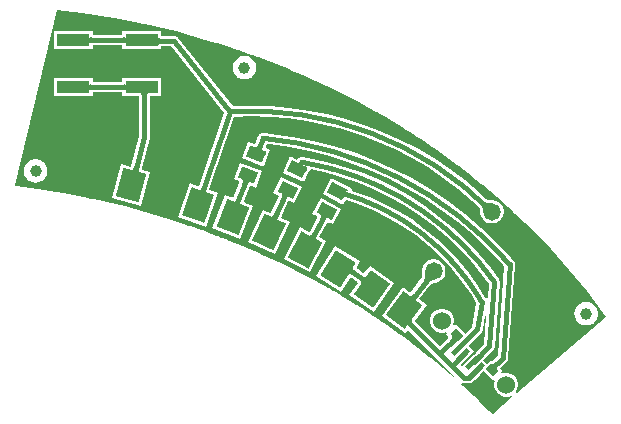
<source format=gbl>
G04*
G04 #@! TF.GenerationSoftware,Altium Limited,Altium Designer,22.1.2 (22)*
G04*
G04 Layer_Physical_Order=2*
G04 Layer_Color=16711680*
%FSAX25Y25*%
%MOIN*%
G70*
G04*
G04 #@! TF.SameCoordinates,09923BD8-D51D-40D0-B587-3D677710EE75*
G04*
G04*
G04 #@! TF.FilePolarity,Positive*
G04*
G01*
G75*
%ADD12C,0.01500*%
%ADD13C,0.06000*%
%ADD14C,0.05800*%
G04:AMPARAMS|DCode=15|XSize=15.75mil|YSize=47.24mil|CornerRadius=0mil|HoleSize=0mil|Usage=FLASHONLY|Rotation=315.000|XOffset=0mil|YOffset=0mil|HoleType=Round|Shape=Rectangle|*
%AMROTATEDRECTD15*
4,1,4,-0.02227,-0.01114,0.01114,0.02227,0.02227,0.01114,-0.01114,-0.02227,-0.02227,-0.01114,0.0*
%
%ADD15ROTATEDRECTD15*%

G04:AMPARAMS|DCode=16|XSize=33.47mil|YSize=24.8mil|CornerRadius=0mil|HoleSize=0mil|Usage=FLASHONLY|Rotation=315.000|XOffset=0mil|YOffset=0mil|HoleType=Round|Shape=Rectangle|*
%AMROTATEDRECTD16*
4,1,4,-0.02060,0.00306,-0.00306,0.02060,0.02060,-0.00306,0.00306,-0.02060,-0.02060,0.00306,0.0*
%
%ADD16ROTATEDRECTD16*%

G04:AMPARAMS|DCode=17|XSize=98.43mil|YSize=78.74mil|CornerRadius=0mil|HoleSize=0mil|Usage=FLASHONLY|Rotation=62.000|XOffset=0mil|YOffset=0mil|HoleType=Round|Shape=Rectangle|*
%AMROTATEDRECTD17*
4,1,4,0.01166,-0.06194,-0.05787,-0.02497,-0.01166,0.06194,0.05787,0.02497,0.01166,-0.06194,0.0*
%
%ADD17ROTATEDRECTD17*%

G04:AMPARAMS|DCode=18|XSize=98.43mil|YSize=78.74mil|CornerRadius=0mil|HoleSize=0mil|Usage=FLASHONLY|Rotation=69.000|XOffset=0mil|YOffset=0mil|HoleType=Round|Shape=Rectangle|*
%AMROTATEDRECTD18*
4,1,4,0.01912,-0.06005,-0.05439,-0.03184,-0.01912,0.06005,0.05439,0.03184,0.01912,-0.06005,0.0*
%
%ADD18ROTATEDRECTD18*%

G04:AMPARAMS|DCode=19|XSize=39.37mil|YSize=57.09mil|CornerRadius=0mil|HoleSize=0mil|Usage=FLASHONLY|Rotation=242.000|XOffset=0mil|YOffset=0mil|HoleType=Round|Shape=Rectangle|*
%AMROTATEDRECTD19*
4,1,4,-0.01596,0.03078,0.03444,0.00398,0.01596,-0.03078,-0.03444,-0.00398,-0.01596,0.03078,0.0*
%
%ADD19ROTATEDRECTD19*%

G04:AMPARAMS|DCode=20|XSize=39.37mil|YSize=57.09mil|CornerRadius=0mil|HoleSize=0mil|Usage=FLASHONLY|Rotation=69.000|XOffset=0mil|YOffset=0mil|HoleType=Round|Shape=Rectangle|*
%AMROTATEDRECTD20*
4,1,4,0.01959,-0.02861,-0.03370,-0.00815,-0.01959,0.02861,0.03370,0.00815,0.01959,-0.02861,0.0*
%
%ADD20ROTATEDRECTD20*%

%ADD21C,0.03937*%
G04:AMPARAMS|DCode=22|XSize=98.43mil|YSize=78.74mil|CornerRadius=0mil|HoleSize=0mil|Usage=FLASHONLY|Rotation=71.000|XOffset=0mil|YOffset=0mil|HoleType=Round|Shape=Rectangle|*
%AMROTATEDRECTD22*
4,1,4,0.02120,-0.05935,-0.05325,-0.03371,-0.02120,0.05935,0.05325,0.03371,0.02120,-0.05935,0.0*
%
%ADD22ROTATEDRECTD22*%

G04:AMPARAMS|DCode=23|XSize=98.43mil|YSize=78.74mil|CornerRadius=0mil|HoleSize=0mil|Usage=FLASHONLY|Rotation=75.000|XOffset=0mil|YOffset=0mil|HoleType=Round|Shape=Rectangle|*
%AMROTATEDRECTD23*
4,1,4,0.02529,-0.05773,-0.05077,-0.03735,-0.02529,0.05773,0.05077,0.03735,0.02529,-0.05773,0.0*
%
%ADD23ROTATEDRECTD23*%

G04:AMPARAMS|DCode=24|XSize=98.43mil|YSize=78.74mil|CornerRadius=0mil|HoleSize=0mil|Usage=FLASHONLY|Rotation=53.000|XOffset=0mil|YOffset=0mil|HoleType=Round|Shape=Rectangle|*
%AMROTATEDRECTD24*
4,1,4,0.00183,-0.06300,-0.06106,-0.01561,-0.00183,0.06300,0.06106,0.01561,0.00183,-0.06300,0.0*
%
%ADD24ROTATEDRECTD24*%

G04:AMPARAMS|DCode=25|XSize=98.43mil|YSize=78.74mil|CornerRadius=0mil|HoleSize=0mil|Usage=FLASHONLY|Rotation=65.000|XOffset=0mil|YOffset=0mil|HoleType=Round|Shape=Rectangle|*
%AMROTATEDRECTD25*
4,1,4,0.01488,-0.06124,-0.05648,-0.02796,-0.01488,0.06124,0.05648,0.02796,0.01488,-0.06124,0.0*
%
%ADD25ROTATEDRECTD25*%

%ADD26R,0.11024X0.03937*%
G04:AMPARAMS|DCode=27|XSize=98.43mil|YSize=78.74mil|CornerRadius=0mil|HoleSize=0mil|Usage=FLASHONLY|Rotation=55.000|XOffset=0mil|YOffset=0mil|HoleType=Round|Shape=Rectangle|*
%AMROTATEDRECTD27*
4,1,4,0.00402,-0.06289,-0.06048,-0.01773,-0.00402,0.06289,0.06048,0.01773,0.00402,-0.06289,0.0*
%
%ADD27ROTATEDRECTD27*%

G04:AMPARAMS|DCode=28|XSize=98.43mil|YSize=78.74mil|CornerRadius=0mil|HoleSize=0mil|Usage=FLASHONLY|Rotation=58.000|XOffset=0mil|YOffset=0mil|HoleType=Round|Shape=Rectangle|*
%AMROTATEDRECTD28*
4,1,4,0.00731,-0.06260,-0.05947,-0.02087,-0.00731,0.06260,0.05947,0.02087,0.00731,-0.06260,0.0*
%
%ADD28ROTATEDRECTD28*%

G04:AMPARAMS|DCode=29|XSize=39.37mil|YSize=57.09mil|CornerRadius=0mil|HoleSize=0mil|Usage=FLASHONLY|Rotation=65.000|XOffset=0mil|YOffset=0mil|HoleType=Round|Shape=Rectangle|*
%AMROTATEDRECTD29*
4,1,4,0.01755,-0.02990,-0.03419,-0.00578,-0.01755,0.02990,0.03419,0.00578,0.01755,-0.02990,0.0*
%
%ADD29ROTATEDRECTD29*%

G04:AMPARAMS|DCode=30|XSize=98.43mil|YSize=78.74mil|CornerRadius=0mil|HoleSize=0mil|Usage=FLASHONLY|Rotation=74.000|XOffset=0mil|YOffset=0mil|HoleType=Round|Shape=Rectangle|*
%AMROTATEDRECTD30*
4,1,4,0.02428,-0.05816,-0.05141,-0.03645,-0.02428,0.05816,0.05141,0.03645,0.02428,-0.05816,0.0*
%
%ADD30ROTATEDRECTD30*%

G36*
X1244113Y1129416D02*
X1244017Y1129145D01*
X1243946Y1128897D01*
X1243900Y1128672D01*
X1243878Y1128470D01*
X1243882Y1128290D01*
X1243910Y1128134D01*
X1243963Y1128000D01*
X1244041Y1127889D01*
X1244144Y1127801D01*
X1244271Y1127736D01*
X1241471Y1128811D01*
X1241609Y1128774D01*
X1241745Y1128771D01*
X1241877Y1128801D01*
X1242006Y1128865D01*
X1242131Y1128962D01*
X1242254Y1129093D01*
X1242373Y1129258D01*
X1242490Y1129456D01*
X1242603Y1129688D01*
X1242713Y1129954D01*
X1244113Y1129416D01*
D02*
G37*
G36*
X1257839Y1123455D02*
X1257757Y1123327D01*
X1257579Y1123016D01*
X1257543Y1122936D01*
X1257518Y1122869D01*
X1257506Y1122813D01*
X1257505Y1122770D01*
X1257515Y1122739D01*
X1257538Y1122719D01*
X1255885Y1123490D01*
X1255917Y1123487D01*
X1255957Y1123501D01*
X1256006Y1123534D01*
X1256063Y1123586D01*
X1256129Y1123656D01*
X1256204Y1123744D01*
X1256378Y1123976D01*
X1256587Y1124282D01*
X1257839Y1123455D01*
D02*
G37*
G36*
X1272361Y1114438D02*
X1272343Y1114309D01*
X1272361Y1114185D01*
X1272416Y1114066D01*
X1272506Y1113951D01*
X1272632Y1113841D01*
X1272795Y1113735D01*
X1272994Y1113634D01*
X1273228Y1113537D01*
X1273499Y1113445D01*
X1272783Y1112100D01*
X1272505Y1112178D01*
X1272249Y1112234D01*
X1272014Y1112268D01*
X1271802Y1112279D01*
X1271611Y1112268D01*
X1271441Y1112234D01*
X1271294Y1112178D01*
X1271168Y1112099D01*
X1271064Y1111998D01*
X1270981Y1111875D01*
X1272415Y1114571D01*
X1272361Y1114438D01*
D02*
G37*
G36*
X1301483Y1084687D02*
X1301138Y1084633D01*
X1300814Y1084565D01*
X1300510Y1084482D01*
X1300228Y1084383D01*
X1299967Y1084270D01*
X1299726Y1084143D01*
X1299507Y1084000D01*
X1299308Y1083843D01*
X1299131Y1083671D01*
X1298974Y1083484D01*
X1297776Y1084387D01*
X1297912Y1084589D01*
X1298028Y1084808D01*
X1298125Y1085042D01*
X1298201Y1085292D01*
X1298258Y1085558D01*
X1298294Y1085841D01*
X1298311Y1086139D01*
X1298307Y1086454D01*
X1298284Y1086784D01*
X1298240Y1087130D01*
X1301483Y1084687D01*
D02*
G37*
G36*
X1295702Y1079143D02*
X1295535Y1078909D01*
X1295398Y1078690D01*
X1295292Y1078486D01*
X1295216Y1078298D01*
X1295169Y1078124D01*
X1295153Y1077966D01*
X1295168Y1077823D01*
X1295212Y1077695D01*
X1295286Y1077582D01*
X1295391Y1077484D01*
X1292995Y1079289D01*
X1293118Y1079216D01*
X1293247Y1079175D01*
X1293383Y1079168D01*
X1293524Y1079194D01*
X1293672Y1079253D01*
X1293826Y1079345D01*
X1293986Y1079470D01*
X1294153Y1079629D01*
X1294325Y1079821D01*
X1294504Y1080046D01*
X1295702Y1079143D01*
D02*
G37*
G36*
X1293819Y1071324D02*
X1293773Y1071189D01*
X1293757Y1071046D01*
X1293771Y1070893D01*
X1293816Y1070732D01*
X1293890Y1070562D01*
X1293995Y1070382D01*
X1294130Y1070194D01*
X1294295Y1069997D01*
X1294491Y1069791D01*
X1293579Y1068582D01*
X1293375Y1068775D01*
X1293182Y1068936D01*
X1293002Y1069064D01*
X1292833Y1069158D01*
X1292676Y1069220D01*
X1292532Y1069248D01*
X1292399Y1069243D01*
X1292278Y1069205D01*
X1292169Y1069134D01*
X1292072Y1069030D01*
X1293895Y1071450D01*
X1293819Y1071324D01*
D02*
G37*
G36*
X1309136Y1064313D02*
X1309054Y1064375D01*
X1308957Y1064408D01*
X1308847Y1064412D01*
X1308724Y1064387D01*
X1308586Y1064333D01*
X1308436Y1064250D01*
X1308271Y1064139D01*
X1308093Y1063999D01*
X1307901Y1063830D01*
X1307696Y1063632D01*
X1306635Y1064693D01*
X1306831Y1064900D01*
X1306996Y1065096D01*
X1307128Y1065282D01*
X1307229Y1065457D01*
X1307298Y1065621D01*
X1307335Y1065775D01*
X1307341Y1065918D01*
X1307314Y1066051D01*
X1307256Y1066173D01*
X1307166Y1066284D01*
X1309136Y1064313D01*
D02*
G37*
G36*
X1312417Y1063844D02*
X1311374Y1062765D01*
X1311374Y1062766D01*
X1311353Y1062744D01*
X1310257Y1063841D01*
X1310271Y1063848D01*
X1310282Y1063857D01*
X1310278Y1063862D01*
X1310292Y1063869D01*
X1310327Y1063898D01*
X1310459Y1064020D01*
X1311356Y1064904D01*
X1312417Y1063844D01*
D02*
G37*
G36*
X1318670Y1072707D02*
X1317919Y1063242D01*
X1315103Y1060426D01*
X1315101Y1060428D01*
X1314433Y1059760D01*
X1314401Y1059739D01*
X1314392Y1059726D01*
X1314380Y1059718D01*
X1314363Y1059692D01*
X1314345Y1059678D01*
X1314340Y1059670D01*
X1314324Y1059657D01*
X1314316Y1059643D01*
X1310639Y1055966D01*
X1310306Y1056056D01*
X1310216Y1056390D01*
X1310612Y1056785D01*
X1310644Y1056807D01*
X1310665Y1056839D01*
X1310671Y1056845D01*
X1310700Y1056867D01*
X1310707Y1056881D01*
X1314678Y1060851D01*
X1312782Y1062747D01*
X1316908Y1066872D01*
X1317026Y1067048D01*
X1317170Y1067205D01*
X1317217Y1067335D01*
X1317294Y1067450D01*
X1317336Y1067659D01*
X1317409Y1067859D01*
X1318173Y1072765D01*
X1318670Y1072707D01*
D02*
G37*
G36*
X1302349Y1061935D02*
X1302972Y1061341D01*
X1303171Y1061171D01*
X1303242Y1061118D01*
X1303294Y1061086D01*
X1303328Y1061075D01*
X1302896Y1060325D01*
X1302366Y1059795D01*
X1302146Y1062136D01*
X1302349Y1061935D01*
D02*
G37*
G36*
X1317261Y1059000D02*
X1316218Y1057921D01*
X1316218Y1057922D01*
X1316197Y1057900D01*
X1315101Y1058997D01*
X1315115Y1059004D01*
X1315126Y1059013D01*
X1315122Y1059018D01*
X1315136Y1059025D01*
X1315171Y1059054D01*
X1315303Y1059176D01*
X1316200Y1060060D01*
X1317261Y1059000D01*
D02*
G37*
G36*
X1322801Y1056244D02*
X1322604Y1056036D01*
X1322438Y1055838D01*
X1322304Y1055652D01*
X1322203Y1055476D01*
X1322133Y1055310D01*
X1322095Y1055156D01*
X1322089Y1055012D01*
X1322115Y1054879D01*
X1322173Y1054756D01*
X1322262Y1054644D01*
X1320300Y1056624D01*
X1320383Y1056562D01*
X1320479Y1056529D01*
X1320589Y1056525D01*
X1320713Y1056550D01*
X1320850Y1056604D01*
X1321001Y1056686D01*
X1321165Y1056798D01*
X1321343Y1056938D01*
X1321535Y1057107D01*
X1321740Y1057304D01*
X1322801Y1056244D01*
D02*
G37*
G36*
X1309923Y1057528D02*
X1309909Y1057520D01*
X1309874Y1057492D01*
X1309742Y1057369D01*
X1308844Y1056485D01*
X1307784Y1057545D01*
X1308826Y1058624D01*
X1309923Y1057528D01*
D02*
G37*
G36*
X1315901Y1053818D02*
X1315886Y1053812D01*
X1315849Y1053785D01*
X1315792Y1053736D01*
X1315197Y1053164D01*
X1314814Y1052783D01*
X1313754Y1053844D01*
X1314805Y1054915D01*
X1315901Y1053818D01*
D02*
G37*
G36*
X1314767Y1052684D02*
X1314751Y1052678D01*
X1314715Y1052651D01*
X1314658Y1052601D01*
X1314063Y1052030D01*
X1313680Y1051649D01*
X1312619Y1052710D01*
X1313670Y1053780D01*
X1314767Y1052684D01*
D02*
G37*
G36*
X1320912Y1051106D02*
X1321033Y1051227D01*
X1321481Y1050968D01*
X1321276Y1050203D01*
Y1049150D01*
X1321549Y1048133D01*
X1322075Y1047221D01*
X1322820Y1046476D01*
X1323732Y1045949D01*
X1324749Y1045677D01*
X1325803D01*
X1326820Y1045949D01*
X1327249Y1046197D01*
X1327539Y1045787D01*
X1320741Y1039970D01*
X1320597Y1040120D01*
X1319614Y1041061D01*
X1319263Y1041414D01*
X1319253Y1041428D01*
X1318905Y1041762D01*
X1316315Y1044248D01*
X1316197Y1044363D01*
X1316197Y1044363D01*
X1316196Y1044364D01*
X1316087Y1044470D01*
X1316086Y1044471D01*
X1316085Y1044472D01*
X1315408Y1045129D01*
X1315405Y1045131D01*
X1315404Y1045134D01*
X1314724Y1045788D01*
X1314721Y1045790D01*
X1314720Y1045792D01*
X1314038Y1046444D01*
X1314035Y1046445D01*
X1314033Y1046448D01*
X1313348Y1047097D01*
X1313346Y1047098D01*
X1313344Y1047101D01*
X1312733Y1047675D01*
X1312731Y1047677D01*
X1312729Y1047679D01*
X1312117Y1048251D01*
X1312114Y1048253D01*
X1312113Y1048255D01*
X1311498Y1048825D01*
X1311495Y1048826D01*
X1311494Y1048829D01*
X1310877Y1049396D01*
X1310875Y1049398D01*
X1310873Y1049400D01*
X1310336Y1049890D01*
X1310434Y1050330D01*
X1310471Y1050403D01*
X1310497Y1050420D01*
X1311146Y1050291D01*
X1313046D01*
X1313729Y1050427D01*
X1314308Y1050814D01*
X1314756Y1051263D01*
X1314767Y1051252D01*
X1315431Y1051917D01*
X1315455Y1051931D01*
X1315469Y1051950D01*
X1315488Y1051963D01*
X1315509Y1051995D01*
X1316566Y1053051D01*
X1316590Y1053066D01*
X1316603Y1053084D01*
X1316622Y1053097D01*
X1316644Y1053129D01*
X1317766Y1054252D01*
X1320912Y1051106D01*
D02*
G37*
G36*
X1184031Y1173613D02*
X1194567Y1171905D01*
X1203357Y1170157D01*
X1203364Y1170154D01*
X1203774Y1170067D01*
X1203807Y1170066D01*
X1204999Y1169829D01*
X1215067Y1167450D01*
X1225043Y1164713D01*
X1228443Y1163649D01*
Y1163649D01*
X1228801Y1163555D01*
X1228928Y1163542D01*
X1234163Y1161820D01*
X1234638Y1161664D01*
X1235118Y1161523D01*
X1235402Y1161428D01*
X1236204Y1161157D01*
X1237008Y1160883D01*
X1237809Y1160607D01*
X1238610Y1160329D01*
X1239412Y1160047D01*
X1239696Y1159947D01*
X1240210Y1159764D01*
X1240368Y1159708D01*
X1240867Y1159529D01*
X1241519Y1159294D01*
X1242175Y1159056D01*
X1242826Y1158817D01*
X1243699Y1158495D01*
X1244566Y1158171D01*
X1245438Y1157842D01*
X1245784Y1157710D01*
X1246063Y1157604D01*
X1246135Y1157576D01*
X1246208Y1157549D01*
X1246281Y1157521D01*
X1246281D01*
X1246300Y1157514D01*
X1247162Y1157181D01*
X1248026Y1156846D01*
X1248883Y1156509D01*
X1249745Y1156167D01*
X1250239Y1155969D01*
X1250603Y1155823D01*
X1251462Y1155476D01*
X1252316Y1155127D01*
X1253170Y1154775D01*
X1254025Y1154419D01*
X1254876Y1154061D01*
X1255729Y1153698D01*
X1255810Y1153682D01*
X1255879Y1153635D01*
X1255880Y1153634D01*
X1255880Y1153634D01*
X1255885Y1153632D01*
X1256576Y1153336D01*
X1256576Y1153335D01*
X1256579Y1153334D01*
X1257425Y1152968D01*
X1257433Y1152964D01*
X1257858Y1152779D01*
X1258273Y1152598D01*
X1259118Y1152225D01*
X1259118Y1152225D01*
X1259259Y1152162D01*
X1259714Y1151955D01*
Y1151955D01*
X1259714Y1151955D01*
X1266734Y1148734D01*
X1275418Y1144351D01*
X1281982Y1140723D01*
X1281982Y1140723D01*
X1282420Y1140482D01*
X1283115Y1140085D01*
X1283870Y1139651D01*
X1284614Y1139219D01*
X1285361Y1138782D01*
X1286066Y1138367D01*
X1286073Y1138341D01*
Y1138341D01*
X1289449Y1136363D01*
X1291443Y1135086D01*
X1291443Y1135086D01*
X1291453Y1135089D01*
X1291994Y1134749D01*
X1291994Y1134749D01*
X1292722Y1134289D01*
X1293451Y1133825D01*
X1294177Y1133359D01*
X1294862Y1132916D01*
X1294881Y1132904D01*
X1294881Y1132904D01*
X1294881Y1132904D01*
X1294900Y1132891D01*
X1295623Y1132420D01*
X1296345Y1131946D01*
X1297066Y1131469D01*
X1297785Y1130990D01*
X1298506Y1130505D01*
X1299226Y1130018D01*
X1299940Y1129531D01*
X1300653Y1129041D01*
X1301367Y1128546D01*
X1302074Y1128053D01*
X1302781Y1127555D01*
X1303487Y1127056D01*
X1304188Y1126555D01*
X1304887Y1126052D01*
X1305588Y1125545D01*
X1306282Y1125038D01*
X1306978Y1124526D01*
X1307673Y1124011D01*
X1308363Y1123495D01*
X1309054Y1122976D01*
X1309741Y1122455D01*
X1310427Y1121931D01*
X1311111Y1121406D01*
X1311794Y1120876D01*
X1312473Y1120346D01*
X1313154Y1119810D01*
X1313829Y1119275D01*
X1314614Y1118649D01*
X1315393Y1118021D01*
X1316173Y1117387D01*
X1316949Y1116751D01*
X1317724Y1116110D01*
X1318491Y1115470D01*
X1319256Y1114827D01*
X1320018Y1114181D01*
X1320777Y1113531D01*
X1321534Y1112878D01*
X1322162Y1112332D01*
X1322789Y1111783D01*
X1323413Y1111233D01*
X1324037Y1110678D01*
X1324656Y1110125D01*
X1325276Y1109565D01*
X1325892Y1109007D01*
X1326507Y1108444D01*
X1327119Y1107881D01*
X1327731Y1107314D01*
X1328339Y1106745D01*
X1328946Y1106175D01*
X1329626Y1105530D01*
X1330306Y1104881D01*
X1330981Y1104232D01*
X1331655Y1103578D01*
X1331760Y1103475D01*
X1331798Y1103438D01*
X1332149Y1103081D01*
X1332149Y1103081D01*
X1333794Y1101500D01*
X1340182Y1094855D01*
X1346305Y1087965D01*
X1352153Y1080840D01*
X1357716Y1073491D01*
X1358537Y1072313D01*
X1328847Y1046906D01*
X1328477Y1047221D01*
X1329004Y1048133D01*
X1329276Y1049150D01*
Y1050203D01*
X1329004Y1051221D01*
X1328477Y1052133D01*
X1327732Y1052877D01*
X1326820Y1053404D01*
X1325803Y1053677D01*
X1324749D01*
X1323985Y1053472D01*
X1323726Y1053920D01*
X1324080Y1054274D01*
X1323201Y1055153D01*
X1323244Y1055213D01*
X1323303Y1055283D01*
X1325408Y1057388D01*
X1325564Y1057623D01*
X1325739Y1057845D01*
X1325757Y1057910D01*
X1325794Y1057967D01*
X1325850Y1058244D01*
X1325925Y1058516D01*
X1328263Y1089696D01*
X1328179Y1090387D01*
X1327836Y1090993D01*
X1327577Y1091196D01*
X1326824Y1092088D01*
X1321961Y1097231D01*
X1316818Y1102094D01*
X1311410Y1106660D01*
X1305755Y1110916D01*
X1299870Y1114849D01*
X1293774Y1118445D01*
X1287485Y1121693D01*
X1281025Y1124584D01*
X1274412Y1127108D01*
X1267669Y1129258D01*
X1260815Y1131026D01*
X1253873Y1132406D01*
X1246865Y1133396D01*
X1244907Y1133561D01*
X1244409Y1133608D01*
X1244246Y1133640D01*
X1244224Y1133636D01*
X1244200Y1133640D01*
X1243883Y1133568D01*
X1243563Y1133504D01*
X1243544Y1133491D01*
X1243521Y1133486D01*
X1243255Y1133298D01*
X1242985Y1133118D01*
X1242971Y1133098D01*
X1242952Y1133084D01*
X1242779Y1132809D01*
X1242598Y1132539D01*
X1242593Y1132515D01*
X1242581Y1132495D01*
X1241631Y1130021D01*
X1241590Y1129938D01*
X1241554Y1129876D01*
X1239353Y1130721D01*
X1237226Y1125178D01*
X1244422Y1122415D01*
X1245903Y1126272D01*
X1246025Y1126537D01*
X1246027Y1126595D01*
X1246550Y1127958D01*
X1245308Y1128435D01*
X1245073Y1129030D01*
X1245428Y1129954D01*
X1246467Y1129867D01*
X1253278Y1128905D01*
X1260025Y1127563D01*
X1266685Y1125845D01*
X1273239Y1123756D01*
X1279666Y1121303D01*
X1285944Y1118493D01*
X1292056Y1115336D01*
X1297980Y1111841D01*
X1303700Y1108020D01*
X1309196Y1103883D01*
X1314452Y1099446D01*
X1319450Y1094720D01*
X1324176Y1089721D01*
X1324645Y1089166D01*
X1322416Y1059443D01*
X1320726Y1057753D01*
X1320691Y1057722D01*
X1320658Y1057696D01*
X1320300Y1058055D01*
X1319614Y1057369D01*
X1319582Y1057348D01*
X1319560Y1057315D01*
X1318887Y1056642D01*
X1317626Y1057903D01*
X1320908Y1061184D01*
X1321062Y1061415D01*
X1321235Y1061634D01*
X1321255Y1061703D01*
X1321294Y1061763D01*
X1321349Y1062036D01*
X1321425Y1062304D01*
X1323124Y1083731D01*
X1323157Y1083894D01*
X1323021Y1084577D01*
X1322799Y1084910D01*
X1322808Y1084916D01*
X1320084Y1088618D01*
X1316216Y1093259D01*
X1312075Y1097659D01*
X1307676Y1101800D01*
X1303035Y1105668D01*
X1298169Y1109248D01*
X1293095Y1112529D01*
X1287833Y1115497D01*
X1282401Y1118142D01*
X1276819Y1120454D01*
X1271108Y1122425D01*
X1268028Y1123283D01*
X1267974Y1123319D01*
X1267754Y1123363D01*
X1267711Y1123371D01*
X1265288Y1124047D01*
X1259381Y1125315D01*
X1257658Y1125577D01*
X1257552Y1125620D01*
X1257381Y1125619D01*
X1257213Y1125653D01*
X1257036Y1125618D01*
X1256856Y1125616D01*
X1256698Y1125550D01*
X1256530Y1125517D01*
X1256380Y1125417D01*
X1256214Y1125346D01*
X1256094Y1125225D01*
X1255952Y1125130D01*
X1255851Y1124980D01*
X1255724Y1124852D01*
X1255645Y1124732D01*
X1253388Y1125784D01*
X1250879Y1120404D01*
X1257865Y1117146D01*
X1259611Y1120890D01*
X1259751Y1121146D01*
X1260139Y1121521D01*
X1264438Y1120598D01*
X1266816Y1119936D01*
X1266816Y1119936D01*
X1267297Y1119802D01*
X1270051Y1119034D01*
X1275559Y1117133D01*
X1280943Y1114903D01*
X1286182Y1112352D01*
X1291258Y1109489D01*
X1296151Y1106326D01*
X1300845Y1102872D01*
X1305321Y1099141D01*
X1309564Y1095147D01*
X1313558Y1090904D01*
X1317289Y1086428D01*
X1319518Y1083398D01*
X1319137Y1078598D01*
X1319042Y1078538D01*
X1318373Y1078690D01*
X1315933Y1082614D01*
X1312869Y1086889D01*
X1309533Y1090954D01*
X1305939Y1094792D01*
X1302100Y1098387D01*
X1298035Y1101723D01*
X1293761Y1104786D01*
X1289295Y1107563D01*
X1284657Y1110042D01*
X1279867Y1112212D01*
X1274946Y1114065D01*
X1274021Y1114345D01*
X1273800Y1114717D01*
X1273779Y1114955D01*
X1273797Y1114989D01*
X1272899Y1115467D01*
X1272894Y1115471D01*
X1272886Y1115473D01*
X1266991Y1118608D01*
X1264203Y1113366D01*
X1271010Y1109747D01*
X1271813Y1111257D01*
X1271915Y1111252D01*
X1272067Y1111230D01*
X1272130Y1111217D01*
X1275959Y1109942D01*
X1281026Y1107843D01*
X1285929Y1105389D01*
X1290645Y1102591D01*
X1295149Y1099463D01*
X1299419Y1096023D01*
X1303432Y1092286D01*
X1307169Y1088273D01*
X1310610Y1084003D01*
X1313737Y1079498D01*
X1315221Y1076998D01*
X1313972Y1068983D01*
X1311672Y1066683D01*
X1308524Y1069831D01*
X1308171Y1069478D01*
X1307723Y1069737D01*
X1307927Y1070499D01*
Y1071552D01*
X1307655Y1072569D01*
X1307128Y1073481D01*
X1306383Y1074226D01*
X1305471Y1074753D01*
X1304454Y1075025D01*
X1303401D01*
X1302383Y1074753D01*
X1301471Y1074226D01*
X1300727Y1073481D01*
X1300200Y1072569D01*
X1299927Y1071552D01*
Y1070499D01*
X1300200Y1069481D01*
X1300727Y1068569D01*
X1301471Y1067824D01*
X1302383Y1067298D01*
X1303401Y1067025D01*
X1304454D01*
X1305216Y1067229D01*
X1305474Y1066781D01*
X1305356Y1066663D01*
X1305944Y1066074D01*
X1305901Y1065422D01*
X1303112Y1062633D01*
X1294995Y1070749D01*
X1294936Y1070820D01*
X1294851Y1070938D01*
X1294812Y1071005D01*
X1298752Y1076233D01*
X1296250Y1078119D01*
X1296284Y1078183D01*
X1296333Y1078261D01*
X1299906Y1083002D01*
X1299981Y1083075D01*
X1300102Y1083171D01*
X1300244Y1083263D01*
X1300409Y1083351D01*
X1300598Y1083433D01*
X1300813Y1083507D01*
X1301054Y1083574D01*
X1301322Y1083630D01*
X1301531Y1083663D01*
X1301621D01*
X1302613Y1083928D01*
X1303502Y1084442D01*
X1304229Y1085168D01*
X1304742Y1086057D01*
X1305008Y1087049D01*
Y1088076D01*
X1304742Y1089068D01*
X1304229Y1089957D01*
X1303502Y1090683D01*
X1302613Y1091197D01*
X1301621Y1091463D01*
X1300594D01*
X1299603Y1091197D01*
X1298713Y1090683D01*
X1297987Y1089957D01*
X1297474Y1089068D01*
X1297208Y1088076D01*
Y1087049D01*
X1297236Y1086944D01*
X1297269Y1086685D01*
X1297288Y1086412D01*
X1297291Y1086162D01*
X1297278Y1085934D01*
X1297252Y1085730D01*
X1297213Y1085547D01*
X1297164Y1085385D01*
X1297105Y1085242D01*
X1297056Y1085150D01*
X1293680Y1080671D01*
X1293039Y1080538D01*
X1290866Y1082176D01*
X1283739Y1072718D01*
X1291625Y1066775D01*
X1292309Y1067682D01*
X1292970Y1067728D01*
X1301634Y1059064D01*
X1307965Y1052733D01*
X1307766Y1052225D01*
X1307739Y1052224D01*
X1307110Y1052779D01*
X1307108Y1052780D01*
X1307106Y1052782D01*
X1306476Y1053335D01*
X1306473Y1053336D01*
X1306472Y1053338D01*
X1305839Y1053888D01*
X1305836Y1053890D01*
X1305835Y1053892D01*
X1305073Y1054549D01*
X1305070Y1054551D01*
X1305068Y1054553D01*
X1304304Y1055207D01*
X1304301Y1055209D01*
X1304299Y1055211D01*
X1303532Y1055862D01*
X1303529Y1055864D01*
X1303527Y1055866D01*
X1302757Y1056514D01*
X1302754Y1056515D01*
X1302752Y1056518D01*
X1301980Y1057162D01*
X1301977Y1057163D01*
X1301975Y1057166D01*
X1301196Y1057810D01*
X1301194Y1057811D01*
X1301192Y1057814D01*
X1300410Y1058454D01*
X1300407Y1058456D01*
X1300405Y1058458D01*
X1299621Y1059095D01*
X1299618Y1059097D01*
X1299616Y1059099D01*
X1298830Y1059733D01*
X1298827Y1059735D01*
X1298825Y1059737D01*
X1298035Y1060368D01*
X1298033Y1060369D01*
X1298031Y1060371D01*
X1297350Y1060911D01*
X1297347Y1060912D01*
X1297346Y1060914D01*
X1296663Y1061451D01*
X1296660Y1061452D01*
X1296659Y1061455D01*
X1295974Y1061989D01*
X1295971Y1061990D01*
X1295969Y1061992D01*
X1295283Y1062525D01*
X1295280Y1062526D01*
X1295278Y1062528D01*
X1294590Y1063058D01*
X1294588Y1063059D01*
X1294586Y1063061D01*
X1293895Y1063588D01*
X1293893Y1063589D01*
X1293891Y1063591D01*
X1293199Y1064116D01*
X1293196Y1064117D01*
X1293194Y1064119D01*
X1292500Y1064641D01*
X1292498Y1064642D01*
X1292496Y1064644D01*
X1291800Y1065164D01*
X1291798Y1065165D01*
X1291796Y1065167D01*
X1291098Y1065684D01*
X1291095Y1065686D01*
X1291093Y1065688D01*
X1290394Y1066202D01*
X1290391Y1066203D01*
X1290389Y1066205D01*
X1289688Y1066718D01*
X1289686Y1066719D01*
X1289684Y1066721D01*
X1288980Y1067230D01*
X1288978Y1067231D01*
X1288976Y1067233D01*
X1288271Y1067740D01*
X1288268Y1067742D01*
X1288267Y1067744D01*
X1287560Y1068248D01*
X1287557Y1068249D01*
X1287555Y1068251D01*
X1286847Y1068753D01*
X1286844Y1068754D01*
X1286842Y1068756D01*
X1286132Y1069256D01*
X1286129Y1069257D01*
X1286128Y1069259D01*
X1285415Y1069756D01*
X1285413Y1069757D01*
X1285411Y1069759D01*
X1284694Y1070256D01*
X1284691Y1070257D01*
X1284690Y1070259D01*
X1283971Y1070753D01*
X1283968Y1070754D01*
X1283966Y1070756D01*
X1283245Y1071247D01*
X1283243Y1071249D01*
X1283241Y1071251D01*
X1282519Y1071739D01*
X1282516Y1071741D01*
X1282514Y1071743D01*
X1281790Y1072229D01*
X1281788Y1072230D01*
X1281786Y1072232D01*
X1281060Y1072716D01*
X1281057Y1072717D01*
X1281056Y1072719D01*
X1280332Y1073198D01*
X1280329Y1073199D01*
X1280327Y1073201D01*
X1279601Y1073677D01*
X1279599Y1073678D01*
X1279597Y1073680D01*
X1278869Y1074154D01*
X1278868Y1074155D01*
X1278867Y1074156D01*
X1278846Y1074169D01*
X1278846Y1074169D01*
X1278827Y1074182D01*
X1278827Y1074182D01*
X1278826Y1074182D01*
X1278751Y1074231D01*
X1278751Y1074231D01*
X1278751Y1074231D01*
X1278676Y1074280D01*
X1278676Y1074280D01*
X1278676Y1074280D01*
X1278601Y1074328D01*
X1278601Y1074328D01*
X1278601Y1074328D01*
X1278528Y1074376D01*
X1278528Y1074376D01*
X1278527Y1074376D01*
X1278453Y1074424D01*
X1278452Y1074424D01*
X1278452Y1074425D01*
X1278378Y1074472D01*
X1278378Y1074472D01*
X1278378Y1074473D01*
X1278305Y1074519D01*
X1278305Y1074520D01*
X1278305Y1074520D01*
X1278234Y1074566D01*
X1278234Y1074566D01*
X1278233Y1074566D01*
X1278165Y1074610D01*
X1278165Y1074610D01*
X1278165Y1074610D01*
X1278136Y1074629D01*
X1278136Y1074629D01*
X1278134Y1074630D01*
X1278133Y1074630D01*
X1278131Y1074632D01*
X1277401Y1075101D01*
X1277399Y1075101D01*
X1277397Y1075103D01*
X1277363Y1075124D01*
X1277363Y1075125D01*
X1277363Y1075125D01*
X1277339Y1075140D01*
X1277317Y1075154D01*
X1277317Y1075154D01*
X1277317Y1075154D01*
X1277298Y1075166D01*
X1277283Y1075176D01*
X1277282Y1075176D01*
X1277282Y1075176D01*
X1277269Y1075185D01*
X1277269Y1075185D01*
X1277269Y1075185D01*
X1277260Y1075190D01*
X1277260Y1075190D01*
X1277254Y1075194D01*
X1277254Y1075194D01*
X1277251Y1075196D01*
X1277250Y1075196D01*
X1277250Y1075197D01*
X1277249Y1075198D01*
X1277248Y1075198D01*
X1277248Y1075198D01*
X1277247Y1075199D01*
X1277242Y1075202D01*
X1277242Y1075202D01*
X1277242Y1075202D01*
X1277227Y1075212D01*
X1277226Y1075212D01*
X1277226Y1075212D01*
X1277213Y1075220D01*
X1277213Y1075220D01*
X1277213Y1075221D01*
X1277179Y1075242D01*
X1277179Y1075242D01*
X1277179Y1075242D01*
X1277134Y1075271D01*
X1277134Y1075271D01*
X1277134Y1075271D01*
X1277080Y1075305D01*
X1277079Y1075305D01*
X1277079Y1075306D01*
X1277048Y1075325D01*
X1277048Y1075325D01*
X1277015Y1075347D01*
X1277014Y1075347D01*
X1277014Y1075347D01*
X1276978Y1075370D01*
X1276978Y1075370D01*
X1276978Y1075370D01*
X1276939Y1075395D01*
X1276939Y1075395D01*
X1276939Y1075395D01*
X1276898Y1075421D01*
X1276898Y1075421D01*
X1276897Y1075421D01*
X1276854Y1075449D01*
X1276854Y1075449D01*
X1276854Y1075449D01*
X1276809Y1075478D01*
X1276809Y1075478D01*
X1276762Y1075508D01*
X1276762Y1075508D01*
X1276761Y1075508D01*
X1276662Y1075571D01*
X1276661Y1075571D01*
X1276659Y1075572D01*
X1275926Y1076036D01*
X1275923Y1076037D01*
X1275922Y1076039D01*
X1275890Y1076059D01*
X1275890Y1076059D01*
X1275890Y1076059D01*
X1275816Y1076106D01*
X1275815Y1076106D01*
X1275815Y1076106D01*
X1275740Y1076153D01*
X1275740Y1076153D01*
X1275740Y1076153D01*
X1275665Y1076200D01*
X1275665Y1076200D01*
X1275664Y1076201D01*
X1275589Y1076248D01*
X1275589Y1076248D01*
X1275589Y1076248D01*
X1275513Y1076295D01*
X1275513Y1076296D01*
X1275512Y1076296D01*
X1275376Y1076381D01*
X1275371Y1076384D01*
X1275371Y1076384D01*
X1275370Y1076385D01*
X1275296Y1076413D01*
X1273343Y1077664D01*
X1270042Y1079598D01*
X1269940Y1079690D01*
X1269909Y1079708D01*
X1269909Y1079708D01*
X1269909Y1079708D01*
X1269833Y1079753D01*
X1269832Y1079753D01*
X1269832Y1079753D01*
X1269756Y1079798D01*
X1269756Y1079798D01*
X1269756Y1079799D01*
X1269680Y1079843D01*
X1269680Y1079843D01*
X1269679Y1079844D01*
X1269604Y1079888D01*
X1269604Y1079888D01*
X1269603Y1079888D01*
X1269526Y1079934D01*
X1269526Y1079934D01*
X1269526Y1079934D01*
X1269449Y1079979D01*
X1269449Y1079979D01*
X1269449Y1079980D01*
X1269373Y1080024D01*
X1269373Y1080024D01*
X1269372Y1080024D01*
X1269298Y1080068D01*
X1269297Y1080068D01*
X1269297Y1080069D01*
X1269225Y1080111D01*
X1269225Y1080111D01*
X1269211Y1080119D01*
X1269211Y1080119D01*
X1269209Y1080120D01*
X1269207Y1080121D01*
X1269205Y1080122D01*
X1268456Y1080561D01*
X1268454Y1080561D01*
X1268453Y1080562D01*
X1268431Y1080575D01*
X1268431Y1080575D01*
X1268431Y1080575D01*
X1268431Y1080575D01*
X1268385Y1080602D01*
X1268385Y1080602D01*
X1268385Y1080602D01*
X1268343Y1080626D01*
X1268343Y1080627D01*
X1268343Y1080627D01*
X1268306Y1080648D01*
X1268306Y1080648D01*
X1268272Y1080668D01*
X1268272Y1080668D01*
X1268271Y1080668D01*
X1268241Y1080686D01*
X1268212Y1080702D01*
X1268212Y1080703D01*
X1268211Y1080703D01*
X1268186Y1080718D01*
X1268162Y1080731D01*
X1268162Y1080732D01*
X1268162Y1080732D01*
X1268142Y1080744D01*
X1268141Y1080744D01*
X1268113Y1080760D01*
X1268112Y1080760D01*
X1268112Y1080761D01*
X1268103Y1080766D01*
X1268093Y1080772D01*
X1268091Y1080772D01*
X1268090Y1080774D01*
X1268088Y1080775D01*
X1268088Y1080775D01*
X1268079Y1080780D01*
X1268077Y1080781D01*
X1268077Y1080781D01*
X1268037Y1080804D01*
X1268037Y1080804D01*
X1268037Y1080804D01*
X1267995Y1080828D01*
X1267995Y1080828D01*
X1267995Y1080829D01*
X1267971Y1080843D01*
X1267971Y1080843D01*
X1267971Y1080843D01*
X1267944Y1080858D01*
X1267944Y1080858D01*
X1267944Y1080858D01*
X1267914Y1080875D01*
X1267914Y1080876D01*
X1267914Y1080876D01*
X1267846Y1080915D01*
X1267846Y1080915D01*
X1267846Y1080915D01*
X1267808Y1080937D01*
X1267808Y1080937D01*
X1267807Y1080937D01*
X1267767Y1080961D01*
X1267767Y1080961D01*
X1267767Y1080961D01*
X1267700Y1080999D01*
X1267698Y1081000D01*
X1267696Y1081001D01*
X1266941Y1081436D01*
X1266938Y1081437D01*
X1266936Y1081439D01*
X1266179Y1081871D01*
X1266177Y1081872D01*
X1266175Y1081874D01*
X1266071Y1081933D01*
X1266071Y1081933D01*
X1266070Y1081933D01*
X1265793Y1082090D01*
X1265712Y1082117D01*
X1259143Y1085748D01*
X1250358Y1090183D01*
X1243320Y1093411D01*
X1243260Y1093454D01*
X1243015Y1093563D01*
X1243015Y1093563D01*
X1243014Y1093563D01*
X1243014Y1093563D01*
X1242938Y1093597D01*
X1242937Y1093597D01*
X1242937Y1093597D01*
X1242937Y1093597D01*
X1242862Y1093631D01*
X1242861Y1093631D01*
X1242861Y1093631D01*
X1242786Y1093664D01*
X1242786Y1093664D01*
X1242786Y1093665D01*
X1242711Y1093697D01*
X1242711Y1093697D01*
X1242711Y1093698D01*
X1242658Y1093721D01*
X1242656Y1093721D01*
X1242655Y1093723D01*
X1242635Y1093731D01*
X1242635Y1093731D01*
X1242635Y1093731D01*
X1242561Y1093764D01*
X1242560Y1093764D01*
X1242560Y1093764D01*
X1242487Y1093797D01*
X1242487Y1093797D01*
X1242486Y1093797D01*
X1242414Y1093829D01*
X1242414Y1093829D01*
X1242414Y1093829D01*
X1242346Y1093859D01*
X1242345Y1093859D01*
X1242345Y1093859D01*
X1242278Y1093889D01*
X1242278Y1093889D01*
X1242278Y1093889D01*
X1242212Y1093918D01*
X1242212Y1093918D01*
X1242212Y1093918D01*
X1242148Y1093946D01*
X1242148Y1093946D01*
X1242148Y1093946D01*
X1242084Y1093974D01*
X1242084Y1093974D01*
X1242084Y1093975D01*
X1242023Y1094002D01*
X1242022Y1094002D01*
X1242022Y1094002D01*
X1241963Y1094028D01*
X1241963Y1094028D01*
X1241963Y1094028D01*
X1241906Y1094053D01*
X1241905Y1094053D01*
X1241853Y1094076D01*
X1241853Y1094076D01*
X1241803Y1094098D01*
X1241801Y1094099D01*
X1241800Y1094100D01*
X1241755Y1094119D01*
X1241755Y1094119D01*
X1241710Y1094139D01*
X1241710Y1094139D01*
X1241710Y1094139D01*
X1241666Y1094158D01*
X1241666Y1094158D01*
X1241666Y1094158D01*
X1241625Y1094176D01*
X1241625Y1094176D01*
X1241625Y1094176D01*
X1241587Y1094193D01*
X1241587Y1094193D01*
X1241587Y1094193D01*
X1241552Y1094208D01*
X1241552Y1094208D01*
X1241522Y1094221D01*
X1241522Y1094221D01*
X1241522Y1094221D01*
X1241494Y1094233D01*
X1241494Y1094233D01*
X1241494Y1094233D01*
X1241470Y1094244D01*
X1241470Y1094244D01*
X1241470Y1094244D01*
X1241448Y1094254D01*
X1241448Y1094254D01*
X1241448Y1094254D01*
X1241448Y1094254D01*
X1241414Y1094269D01*
X1241414Y1094269D01*
X1241414Y1094269D01*
X1241414Y1094269D01*
X1241401Y1094274D01*
X1241401Y1094274D01*
X1241401Y1094274D01*
X1241401Y1094274D01*
X1241389Y1094279D01*
X1241389Y1094279D01*
X1241385Y1094281D01*
X1241385Y1094281D01*
X1241382Y1094282D01*
X1241382Y1094282D01*
X1241382Y1094283D01*
X1241382Y1094283D01*
X1241371Y1094287D01*
X1241371Y1094287D01*
X1241370Y1094288D01*
X1241370Y1094288D01*
X1241345Y1094299D01*
X1241345Y1094299D01*
X1241345Y1094299D01*
X1241328Y1094306D01*
X1241327Y1094306D01*
X1241327Y1094306D01*
X1241307Y1094315D01*
X1241307Y1094315D01*
X1241283Y1094326D01*
X1241283Y1094326D01*
X1241283Y1094326D01*
X1241257Y1094337D01*
X1241257Y1094337D01*
X1241257Y1094337D01*
X1241228Y1094350D01*
X1241228Y1094350D01*
X1241196Y1094364D01*
X1241196Y1094364D01*
X1241196Y1094364D01*
X1241162Y1094379D01*
X1241161Y1094379D01*
X1241161Y1094379D01*
X1241082Y1094413D01*
X1241082Y1094413D01*
X1241082Y1094413D01*
X1241038Y1094432D01*
X1241038Y1094432D01*
X1241038Y1094433D01*
X1240992Y1094453D01*
X1240992Y1094453D01*
X1240944Y1094473D01*
X1240943Y1094474D01*
X1240942Y1094474D01*
X1240894Y1094495D01*
X1240893Y1094495D01*
X1240841Y1094518D01*
X1240841Y1094518D01*
X1240841Y1094518D01*
X1240786Y1094542D01*
X1240786Y1094542D01*
X1240786Y1094542D01*
X1240728Y1094567D01*
X1240727Y1094567D01*
X1240669Y1094592D01*
X1240667Y1094594D01*
X1240605Y1094620D01*
X1240603Y1094621D01*
X1240543Y1094647D01*
X1240541Y1094648D01*
X1240476Y1094676D01*
X1240476Y1094676D01*
X1240476Y1094676D01*
X1240409Y1094705D01*
X1240409Y1094705D01*
X1240409Y1094705D01*
X1240341Y1094735D01*
X1240341Y1094735D01*
X1240341Y1094735D01*
X1240272Y1094765D01*
X1240271Y1094765D01*
X1240271Y1094765D01*
X1240199Y1094796D01*
X1240198Y1094796D01*
X1240125Y1094828D01*
X1240125Y1094828D01*
X1240088Y1094844D01*
X1240088Y1094844D01*
X1240087Y1094844D01*
X1240050Y1094860D01*
X1240050Y1094860D01*
X1240050Y1094860D01*
X1239974Y1094893D01*
X1239974Y1094893D01*
X1239974Y1094893D01*
X1239901Y1094924D01*
X1239900Y1094924D01*
X1239900Y1094925D01*
X1239826Y1094956D01*
X1239826Y1094956D01*
X1239826Y1094956D01*
X1239752Y1094988D01*
X1239752Y1094988D01*
X1239751Y1094989D01*
X1239677Y1095021D01*
X1239676Y1095021D01*
X1239676Y1095021D01*
X1239601Y1095053D01*
X1239601Y1095053D01*
X1239601Y1095053D01*
X1239526Y1095085D01*
X1239526Y1095085D01*
X1239526Y1095085D01*
X1239383Y1095146D01*
X1239297Y1095164D01*
X1239225Y1095214D01*
X1238369Y1095577D01*
X1238366Y1095578D01*
X1238364Y1095579D01*
X1237507Y1095940D01*
X1237504Y1095940D01*
X1237502Y1095942D01*
X1236644Y1096299D01*
X1236641Y1096300D01*
X1236639Y1096301D01*
X1235780Y1096656D01*
X1235777Y1096656D01*
X1235775Y1096658D01*
X1234914Y1097009D01*
X1234912Y1097010D01*
X1234910Y1097011D01*
X1234048Y1097360D01*
X1234046Y1097360D01*
X1234044Y1097361D01*
X1233678Y1097509D01*
X1233677Y1097509D01*
X1233675Y1097509D01*
X1233319Y1097652D01*
X1233318Y1097652D01*
X1233318Y1097652D01*
X1233318Y1097652D01*
X1233241Y1097683D01*
X1233241Y1097683D01*
X1233240Y1097683D01*
X1233240Y1097684D01*
X1233179Y1097708D01*
X1233177Y1097708D01*
X1233175Y1097709D01*
X1232311Y1098052D01*
X1232309Y1098053D01*
X1232307Y1098054D01*
X1232281Y1098064D01*
X1232281Y1098064D01*
X1232281Y1098064D01*
X1232216Y1098090D01*
X1232216Y1098090D01*
X1232216Y1098090D01*
X1232153Y1098115D01*
X1232153Y1098115D01*
X1232152Y1098115D01*
X1232094Y1098138D01*
X1232094Y1098138D01*
X1232094Y1098138D01*
X1232037Y1098160D01*
X1232036Y1098160D01*
X1232036Y1098160D01*
X1231982Y1098182D01*
X1231982Y1098182D01*
X1231982Y1098182D01*
X1231930Y1098202D01*
X1231902Y1098207D01*
X1231878Y1098223D01*
X1231830Y1098242D01*
X1231830Y1098242D01*
X1231829Y1098242D01*
X1231784Y1098260D01*
X1231783Y1098260D01*
X1231783Y1098260D01*
X1231740Y1098277D01*
X1231701Y1098284D01*
X1231666Y1098306D01*
X1231633Y1098319D01*
X1231633Y1098319D01*
X1231633Y1098319D01*
X1231575Y1098341D01*
X1231575Y1098341D01*
X1231575Y1098341D01*
X1231551Y1098351D01*
X1231551Y1098351D01*
X1231550Y1098351D01*
X1231530Y1098359D01*
X1231529Y1098359D01*
X1231512Y1098366D01*
X1231511Y1098366D01*
X1231498Y1098372D01*
X1231497Y1098372D01*
X1231497Y1098372D01*
X1231486Y1098376D01*
X1231486Y1098376D01*
X1231486Y1098376D01*
X1231478Y1098379D01*
X1231478D01*
X1231472Y1098382D01*
X1231472Y1098382D01*
X1231471Y1098382D01*
X1231459Y1098387D01*
X1231458Y1098387D01*
X1231457Y1098388D01*
X1231432Y1098398D01*
X1231432Y1098398D01*
X1231415Y1098404D01*
X1231415Y1098404D01*
X1231414Y1098404D01*
X1231414Y1098405D01*
X1231369Y1098422D01*
X1231369Y1098422D01*
X1231368Y1098422D01*
X1231342Y1098433D01*
X1231342Y1098433D01*
X1231341Y1098433D01*
X1231279Y1098457D01*
X1231279Y1098457D01*
X1231279Y1098457D01*
X1231244Y1098471D01*
X1231244Y1098471D01*
X1231244Y1098471D01*
X1231205Y1098486D01*
X1231205Y1098486D01*
X1231205Y1098486D01*
X1231162Y1098503D01*
X1231161Y1098503D01*
X1231022Y1098557D01*
X1231021Y1098558D01*
X1230970Y1098578D01*
X1230969Y1098578D01*
X1230969Y1098578D01*
X1230916Y1098599D01*
X1230916Y1098599D01*
X1230916Y1098599D01*
X1230860Y1098620D01*
X1230860Y1098620D01*
X1230859Y1098620D01*
X1230800Y1098643D01*
X1230800Y1098643D01*
X1230800Y1098643D01*
X1230738Y1098667D01*
X1230738Y1098668D01*
X1230738Y1098668D01*
X1230674Y1098692D01*
X1230674Y1098692D01*
X1230674Y1098692D01*
X1230609Y1098718D01*
X1230609Y1098718D01*
X1230608Y1098718D01*
X1230569Y1098733D01*
X1230567Y1098733D01*
X1230565Y1098734D01*
X1229698Y1099069D01*
X1229696Y1099069D01*
X1229694Y1099070D01*
X1229675Y1099077D01*
X1229675Y1099077D01*
X1229674Y1099077D01*
X1229674Y1099077D01*
X1229601Y1099105D01*
X1229601Y1099105D01*
X1229601Y1099106D01*
X1229601Y1099106D01*
X1229527Y1099134D01*
X1229527Y1099134D01*
X1229527Y1099134D01*
X1229527Y1099134D01*
X1229475Y1099154D01*
X1229455Y1099162D01*
X1229455Y1099162D01*
X1229454Y1099162D01*
X1229453Y1099162D01*
X1229453Y1099162D01*
X1229173Y1099269D01*
X1229172Y1099269D01*
X1229171Y1099270D01*
X1228823Y1099402D01*
X1228821Y1099402D01*
X1228819Y1099403D01*
X1227946Y1099733D01*
X1227943Y1099733D01*
X1227941Y1099734D01*
X1227067Y1100061D01*
X1227064Y1100061D01*
X1227062Y1100063D01*
X1226187Y1100386D01*
X1226184Y1100387D01*
X1226182Y1100388D01*
X1225525Y1100629D01*
X1225523Y1100629D01*
X1225521Y1100630D01*
X1224863Y1100869D01*
X1224861Y1100869D01*
X1224860Y1100870D01*
X1224201Y1101108D01*
X1224199Y1101108D01*
X1224198Y1101109D01*
X1223697Y1101288D01*
X1223610Y1101301D01*
X1223535Y1101346D01*
X1223018Y1101530D01*
X1223017Y1101530D01*
X1223016Y1101530D01*
X1222729Y1101632D01*
X1222727Y1101632D01*
X1222726Y1101633D01*
X1221921Y1101916D01*
X1221919Y1101916D01*
X1221917Y1101917D01*
X1221111Y1102197D01*
X1221109Y1102197D01*
X1221107Y1102199D01*
X1220301Y1102476D01*
X1220299Y1102477D01*
X1220297Y1102478D01*
X1219490Y1102753D01*
X1219488Y1102753D01*
X1219486Y1102754D01*
X1218678Y1103027D01*
X1218676Y1103027D01*
X1218675Y1103028D01*
X1218177Y1103195D01*
X1218175Y1103195D01*
X1218174Y1103196D01*
X1217910Y1103284D01*
X1217766Y1103302D01*
X1212008Y1105197D01*
X1212002Y1105179D01*
X1212001Y1105179D01*
X1211647Y1105288D01*
X1211523Y1105300D01*
X1208202Y1106340D01*
X1198121Y1109106D01*
X1187947Y1111510D01*
X1186722Y1111754D01*
X1186710Y1111759D01*
X1186300Y1111846D01*
X1186261Y1111847D01*
X1177408Y1113607D01*
X1166765Y1115332D01*
X1161777Y1115958D01*
X1161493Y1116370D01*
X1175514Y1174682D01*
X1184031Y1173613D01*
D02*
G37*
%LPC*%
G36*
X1210294Y1167607D02*
X1197270D01*
Y1166442D01*
X1197199Y1166431D01*
X1197107Y1166423D01*
X1187623D01*
X1187531Y1166431D01*
X1187459Y1166442D01*
Y1167607D01*
X1174436D01*
Y1161670D01*
X1187459D01*
Y1162834D01*
X1187531Y1162846D01*
X1187623Y1162854D01*
X1197107D01*
X1197199Y1162846D01*
X1197270Y1162834D01*
Y1161670D01*
X1210294D01*
Y1162471D01*
X1210365Y1162483D01*
X1210457Y1162491D01*
X1213598D01*
X1231273Y1140331D01*
X1222862Y1115902D01*
X1222824Y1115818D01*
X1222790Y1115754D01*
X1219828Y1116774D01*
X1215972Y1105577D01*
X1225308Y1102362D01*
X1229164Y1113560D01*
X1226592Y1114445D01*
X1226343Y1115051D01*
X1234590Y1139003D01*
X1240266Y1139162D01*
X1246475Y1138988D01*
X1252665Y1138466D01*
X1258816Y1137597D01*
X1264909Y1136385D01*
X1270924Y1134834D01*
X1276842Y1132947D01*
X1282646Y1130732D01*
X1288316Y1128195D01*
X1293835Y1125344D01*
X1299185Y1122188D01*
X1304351Y1118736D01*
X1309314Y1115001D01*
X1314060Y1110993D01*
X1316198Y1108972D01*
X1316199Y1108971D01*
X1316280Y1108841D01*
X1316356Y1108689D01*
X1316426Y1108515D01*
X1316488Y1108315D01*
X1316537Y1108104D01*
X1316612Y1107547D01*
X1316629Y1107235D01*
X1316646Y1107169D01*
Y1106862D01*
X1316912Y1105870D01*
X1317425Y1104981D01*
X1318151Y1104255D01*
X1319041Y1103741D01*
X1320033Y1103475D01*
X1321059D01*
X1322051Y1103741D01*
X1322941Y1104255D01*
X1323667Y1104981D01*
X1324180Y1105870D01*
X1324446Y1106862D01*
Y1107889D01*
X1324180Y1108881D01*
X1323667Y1109770D01*
X1322941Y1110496D01*
X1322051Y1111010D01*
X1321059Y1111275D01*
X1320469D01*
X1320378Y1111291D01*
X1320061Y1111284D01*
X1319793Y1111292D01*
X1319549Y1111315D01*
X1319328Y1111351D01*
X1319130Y1111398D01*
X1318954Y1111456D01*
X1318799Y1111523D01*
X1318663Y1111597D01*
X1318542Y1111680D01*
X1318394Y1111805D01*
X1318334Y1111838D01*
X1316427Y1113641D01*
X1311528Y1117778D01*
X1306406Y1121633D01*
X1301075Y1125195D01*
X1295553Y1128452D01*
X1289857Y1131394D01*
X1284005Y1134013D01*
X1278015Y1136300D01*
X1271907Y1138246D01*
X1265699Y1139848D01*
X1259411Y1141099D01*
X1253063Y1141995D01*
X1246674Y1142534D01*
X1240266Y1142713D01*
X1234076Y1142540D01*
X1215852Y1165388D01*
X1215775Y1165453D01*
X1215719Y1165537D01*
X1215511Y1165676D01*
X1215320Y1165837D01*
X1215224Y1165868D01*
X1215140Y1165924D01*
X1214895Y1165973D01*
X1214657Y1166049D01*
X1214556Y1166040D01*
X1214457Y1166060D01*
X1210457D01*
X1210365Y1166068D01*
X1210294Y1166080D01*
Y1167607D01*
D02*
G37*
G36*
X1238304Y1159313D02*
X1237788D01*
X1237276Y1159245D01*
X1236778Y1159111D01*
X1236301Y1158914D01*
X1235854Y1158656D01*
X1235445Y1158342D01*
X1235079Y1157977D01*
X1234765Y1157567D01*
X1234507Y1157121D01*
X1234310Y1156644D01*
X1234176Y1156145D01*
X1234109Y1155634D01*
Y1155117D01*
X1234176Y1154606D01*
X1234310Y1154107D01*
X1234507Y1153630D01*
X1234765Y1153183D01*
X1235079Y1152774D01*
X1235445Y1152409D01*
X1235854Y1152095D01*
X1236301Y1151837D01*
X1236778Y1151639D01*
X1237276Y1151506D01*
X1237788Y1151438D01*
X1238304D01*
X1238816Y1151506D01*
X1239314Y1151639D01*
X1239791Y1151837D01*
X1240238Y1152095D01*
X1240647Y1152409D01*
X1241012Y1152774D01*
X1241326Y1153183D01*
X1241584Y1153630D01*
X1241782Y1154107D01*
X1241916Y1154606D01*
X1241983Y1155117D01*
Y1155634D01*
X1241916Y1156145D01*
X1241782Y1156644D01*
X1241584Y1157121D01*
X1241326Y1157567D01*
X1241012Y1157977D01*
X1240647Y1158342D01*
X1240238Y1158656D01*
X1239791Y1158914D01*
X1239314Y1159111D01*
X1238816Y1159245D01*
X1238304Y1159313D01*
D02*
G37*
G36*
X1210294Y1151859D02*
X1197270D01*
Y1150694D01*
X1197199Y1150683D01*
X1197107Y1150675D01*
X1187623D01*
X1187531Y1150683D01*
X1187459Y1150694D01*
Y1151859D01*
X1174436D01*
Y1145922D01*
X1187459D01*
Y1147086D01*
X1187531Y1147098D01*
X1187623Y1147106D01*
X1197107D01*
X1197199Y1147098D01*
X1197270Y1147086D01*
Y1145922D01*
X1202829D01*
X1202841Y1145850D01*
X1202849Y1145759D01*
Y1133171D01*
X1202941Y1132706D01*
X1202909Y1132629D01*
X1202928Y1132585D01*
X1200239Y1122548D01*
X1200207Y1122462D01*
X1200177Y1122396D01*
X1196938Y1123264D01*
X1193873Y1111825D01*
X1203410Y1109269D01*
X1206475Y1120708D01*
X1204061Y1121355D01*
X1203771Y1121942D01*
X1206407Y1131779D01*
X1206413Y1131874D01*
X1206512Y1132629D01*
X1206417Y1133350D01*
Y1145759D01*
X1206425Y1145850D01*
X1206437Y1145922D01*
X1210294D01*
Y1151859D01*
D02*
G37*
G36*
X1168704Y1124912D02*
X1168188D01*
X1167676Y1124845D01*
X1167178Y1124712D01*
X1166701Y1124514D01*
X1166254Y1124256D01*
X1165845Y1123942D01*
X1165479Y1123577D01*
X1165165Y1123167D01*
X1164907Y1122721D01*
X1164710Y1122244D01*
X1164576Y1121745D01*
X1164509Y1121233D01*
Y1120717D01*
X1164576Y1120206D01*
X1164710Y1119707D01*
X1164907Y1119230D01*
X1165165Y1118783D01*
X1165479Y1118374D01*
X1165845Y1118009D01*
X1166254Y1117695D01*
X1166701Y1117437D01*
X1167178Y1117239D01*
X1167676Y1117106D01*
X1168188Y1117038D01*
X1168704D01*
X1169216Y1117106D01*
X1169714Y1117239D01*
X1170191Y1117437D01*
X1170638Y1117695D01*
X1171047Y1118009D01*
X1171412Y1118374D01*
X1171726Y1118783D01*
X1171984Y1119230D01*
X1172182Y1119707D01*
X1172316Y1120206D01*
X1172383Y1120717D01*
Y1121233D01*
X1172316Y1121745D01*
X1172182Y1122244D01*
X1171984Y1122721D01*
X1171726Y1123167D01*
X1171412Y1123577D01*
X1171047Y1123942D01*
X1170638Y1124256D01*
X1170191Y1124514D01*
X1169714Y1124712D01*
X1169216Y1124845D01*
X1168704Y1124912D01*
D02*
G37*
G36*
X1236673Y1123737D02*
X1234545Y1118194D01*
X1236095Y1117599D01*
X1236323Y1116985D01*
X1234396Y1111965D01*
X1234355Y1111882D01*
X1234319Y1111820D01*
X1231635Y1112850D01*
X1227391Y1101794D01*
X1236609Y1098255D01*
X1240853Y1109311D01*
X1238072Y1110379D01*
X1237845Y1110993D01*
X1239772Y1116013D01*
X1239812Y1116096D01*
X1239849Y1116158D01*
X1241742Y1115432D01*
X1243869Y1120975D01*
X1236673Y1123737D01*
D02*
G37*
G36*
X1250227Y1119005D02*
X1247717Y1113624D01*
X1249590Y1112751D01*
X1249570Y1112681D01*
X1249539Y1112595D01*
X1247023Y1107199D01*
X1246423Y1106936D01*
X1244127Y1108006D01*
X1239122Y1097273D01*
X1248071Y1093100D01*
X1253076Y1103833D01*
X1250067Y1105236D01*
X1250087Y1105306D01*
X1250118Y1105393D01*
X1252634Y1110789D01*
X1253234Y1111052D01*
X1254704Y1110366D01*
X1257213Y1115747D01*
X1250227Y1119005D01*
D02*
G37*
G36*
X1263479Y1112004D02*
X1260692Y1106762D01*
X1262113Y1106006D01*
X1262264Y1105369D01*
X1259801Y1100738D01*
X1259751Y1100661D01*
X1259707Y1100603D01*
X1256665Y1102221D01*
X1251105Y1091764D01*
X1259824Y1087129D01*
X1265383Y1097585D01*
X1262893Y1098909D01*
X1262916Y1098978D01*
X1262952Y1099062D01*
X1265415Y1103693D01*
X1266027Y1103925D01*
X1267498Y1103143D01*
X1270285Y1108385D01*
X1263479Y1112004D01*
D02*
G37*
G36*
X1268297Y1096013D02*
X1262021Y1085970D01*
X1270395Y1080738D01*
X1273421Y1085580D01*
X1273446Y1085575D01*
X1273581Y1085532D01*
X1273704Y1085482D01*
X1274181Y1085227D01*
X1275368Y1084253D01*
X1275413Y1084185D01*
X1275678Y1083920D01*
X1275721Y1083871D01*
X1275820Y1083742D01*
X1275842Y1083708D01*
X1273005Y1079657D01*
X1281094Y1073993D01*
X1287886Y1083694D01*
X1279798Y1089358D01*
X1278230Y1087118D01*
X1277560Y1087033D01*
X1276532Y1087911D01*
X1275827Y1088342D01*
X1275758Y1088408D01*
X1275700Y1088459D01*
X1275567Y1089014D01*
X1276670Y1090781D01*
X1268297Y1096013D01*
D02*
G37*
G36*
X1352204Y1077312D02*
X1351688D01*
X1351176Y1077245D01*
X1350678Y1077112D01*
X1350201Y1076914D01*
X1349754Y1076656D01*
X1349345Y1076342D01*
X1348979Y1075977D01*
X1348665Y1075567D01*
X1348407Y1075121D01*
X1348210Y1074644D01*
X1348076Y1074145D01*
X1348009Y1073633D01*
Y1073117D01*
X1348076Y1072606D01*
X1348210Y1072107D01*
X1348407Y1071630D01*
X1348665Y1071183D01*
X1348979Y1070774D01*
X1349345Y1070409D01*
X1349754Y1070095D01*
X1350201Y1069837D01*
X1350678Y1069639D01*
X1351176Y1069506D01*
X1351688Y1069438D01*
X1352204D01*
X1352716Y1069506D01*
X1353214Y1069639D01*
X1353691Y1069837D01*
X1354138Y1070095D01*
X1354547Y1070409D01*
X1354912Y1070774D01*
X1355226Y1071183D01*
X1355484Y1071630D01*
X1355682Y1072107D01*
X1355816Y1072606D01*
X1355883Y1073117D01*
Y1073633D01*
X1355816Y1074145D01*
X1355682Y1074644D01*
X1355484Y1075121D01*
X1355226Y1075567D01*
X1354912Y1075977D01*
X1354547Y1076342D01*
X1354138Y1076656D01*
X1353691Y1076914D01*
X1353214Y1077112D01*
X1352716Y1077245D01*
X1352204Y1077312D01*
D02*
G37*
%LPD*%
G36*
X1198295Y1163138D02*
X1198279Y1163281D01*
X1198234Y1163408D01*
X1198158Y1163521D01*
X1198053Y1163618D01*
X1197917Y1163701D01*
X1197750Y1163768D01*
X1197554Y1163821D01*
X1197327Y1163858D01*
X1197070Y1163881D01*
X1196782Y1163888D01*
Y1165388D01*
X1197070Y1165396D01*
X1197327Y1165418D01*
X1197554Y1165456D01*
X1197750Y1165508D01*
X1197917Y1165576D01*
X1198053Y1165658D01*
X1198158Y1165756D01*
X1198234Y1165868D01*
X1198279Y1165996D01*
X1198295Y1166138D01*
Y1163138D01*
D02*
G37*
G36*
X1186451Y1165996D02*
X1186496Y1165868D01*
X1186572Y1165756D01*
X1186677Y1165658D01*
X1186814Y1165576D01*
X1186980Y1165508D01*
X1187176Y1165456D01*
X1187403Y1165418D01*
X1187660Y1165396D01*
X1187947Y1165388D01*
Y1163888D01*
X1187660Y1163881D01*
X1187403Y1163858D01*
X1187176Y1163821D01*
X1186980Y1163768D01*
X1186814Y1163701D01*
X1186677Y1163618D01*
X1186572Y1163521D01*
X1186496Y1163408D01*
X1186451Y1163281D01*
X1186435Y1163138D01*
Y1166138D01*
X1186451Y1165996D01*
D02*
G37*
G36*
X1209285Y1165633D02*
X1209331Y1165506D01*
X1209406Y1165393D01*
X1209512Y1165295D01*
X1209648Y1165213D01*
X1209814Y1165145D01*
X1210011Y1165093D01*
X1210238Y1165055D01*
X1210495Y1165033D01*
X1210782Y1165025D01*
Y1163525D01*
X1210495Y1163518D01*
X1210238Y1163495D01*
X1210011Y1163458D01*
X1209814Y1163406D01*
X1209648Y1163338D01*
X1209512Y1163256D01*
X1209406Y1163158D01*
X1209331Y1163045D01*
X1209285Y1162918D01*
X1209270Y1162775D01*
Y1165775D01*
X1209285Y1165633D01*
D02*
G37*
G36*
X1225364Y1115384D02*
X1225277Y1115110D01*
X1225215Y1114860D01*
X1225176Y1114633D01*
X1225162Y1114430D01*
X1225172Y1114251D01*
X1225205Y1114095D01*
X1225263Y1113964D01*
X1225345Y1113855D01*
X1225451Y1113771D01*
X1225581Y1113710D01*
X1222744Y1114687D01*
X1222884Y1114655D01*
X1223019Y1114656D01*
X1223150Y1114691D01*
X1223277Y1114760D01*
X1223399Y1114861D01*
X1223517Y1114997D01*
X1223631Y1115165D01*
X1223740Y1115368D01*
X1223845Y1115603D01*
X1223945Y1115873D01*
X1225364Y1115384D01*
D02*
G37*
G36*
X1317924Y1110867D02*
X1318130Y1110727D01*
X1318353Y1110605D01*
X1318593Y1110501D01*
X1318851Y1110417D01*
X1319127Y1110351D01*
X1319419Y1110303D01*
X1319730Y1110274D01*
X1320057Y1110264D01*
X1320403Y1110272D01*
X1317647Y1107290D01*
X1317628Y1107643D01*
X1317541Y1108288D01*
X1317473Y1108582D01*
X1317388Y1108855D01*
X1317287Y1109108D01*
X1317170Y1109342D01*
X1317036Y1109556D01*
X1316885Y1109750D01*
X1316718Y1109924D01*
X1317736Y1111026D01*
X1317924Y1110867D01*
D02*
G37*
G36*
X1198295Y1147390D02*
X1198279Y1147533D01*
X1198234Y1147660D01*
X1198158Y1147773D01*
X1198053Y1147870D01*
X1197917Y1147953D01*
X1197750Y1148020D01*
X1197554Y1148073D01*
X1197327Y1148110D01*
X1197070Y1148133D01*
X1196782Y1148140D01*
Y1149640D01*
X1197070Y1149648D01*
X1197327Y1149670D01*
X1197554Y1149708D01*
X1197750Y1149760D01*
X1197917Y1149828D01*
X1198053Y1149910D01*
X1198158Y1150008D01*
X1198234Y1150120D01*
X1198279Y1150248D01*
X1198295Y1150390D01*
Y1147390D01*
D02*
G37*
G36*
X1186451Y1150248D02*
X1186496Y1150120D01*
X1186572Y1150008D01*
X1186677Y1149910D01*
X1186814Y1149828D01*
X1186980Y1149760D01*
X1187176Y1149708D01*
X1187403Y1149670D01*
X1187660Y1149648D01*
X1187947Y1149640D01*
Y1148140D01*
X1187660Y1148133D01*
X1187403Y1148110D01*
X1187176Y1148073D01*
X1186980Y1148020D01*
X1186814Y1147953D01*
X1186677Y1147870D01*
X1186572Y1147773D01*
X1186496Y1147660D01*
X1186451Y1147533D01*
X1186435Y1147390D01*
Y1150390D01*
X1186451Y1150248D01*
D02*
G37*
G36*
X1205991Y1146931D02*
X1205863Y1146885D01*
X1205751Y1146810D01*
X1205653Y1146704D01*
X1205571Y1146568D01*
X1205503Y1146402D01*
X1205451Y1146205D01*
X1205413Y1145978D01*
X1205391Y1145721D01*
X1205383Y1145434D01*
X1203883D01*
X1203876Y1145721D01*
X1203853Y1145978D01*
X1203816Y1146205D01*
X1203763Y1146402D01*
X1203696Y1146568D01*
X1203613Y1146704D01*
X1203516Y1146810D01*
X1203403Y1146885D01*
X1203276Y1146931D01*
X1203133Y1146946D01*
X1206133D01*
X1205991Y1146931D01*
D02*
G37*
G36*
X1202771Y1122206D02*
X1202704Y1121927D01*
X1202659Y1121673D01*
X1202636Y1121444D01*
X1202636Y1121240D01*
X1202658Y1121062D01*
X1202703Y1120910D01*
X1202769Y1120782D01*
X1202859Y1120680D01*
X1202970Y1120603D01*
X1203104Y1120552D01*
X1200206Y1121328D01*
X1200348Y1121306D01*
X1200482Y1121317D01*
X1200611Y1121360D01*
X1200732Y1121437D01*
X1200847Y1121548D01*
X1200955Y1121691D01*
X1201057Y1121867D01*
X1201152Y1122076D01*
X1201240Y1122319D01*
X1201322Y1122594D01*
X1202771Y1122206D01*
D02*
G37*
G36*
X1239932Y1117223D02*
X1239794Y1117260D01*
X1239658Y1117264D01*
X1239526Y1117233D01*
X1239397Y1117169D01*
X1239272Y1117072D01*
X1239149Y1116941D01*
X1239029Y1116776D01*
X1238913Y1116578D01*
X1238800Y1116346D01*
X1238690Y1116081D01*
X1237290Y1116618D01*
X1237386Y1116889D01*
X1237457Y1117137D01*
X1237503Y1117362D01*
X1237524Y1117564D01*
X1237521Y1117744D01*
X1237493Y1117901D01*
X1237440Y1118034D01*
X1237362Y1118145D01*
X1237259Y1118233D01*
X1237131Y1118299D01*
X1239932Y1117223D01*
D02*
G37*
G36*
X1236878Y1111360D02*
X1236782Y1111089D01*
X1236711Y1110841D01*
X1236665Y1110616D01*
X1236643Y1110414D01*
X1236647Y1110234D01*
X1236675Y1110078D01*
X1236728Y1109944D01*
X1236806Y1109833D01*
X1236909Y1109745D01*
X1237036Y1109680D01*
X1234236Y1110755D01*
X1234374Y1110718D01*
X1234509Y1110715D01*
X1234641Y1110745D01*
X1234770Y1110809D01*
X1234896Y1110906D01*
X1235019Y1111037D01*
X1235138Y1111202D01*
X1235254Y1111400D01*
X1235368Y1111632D01*
X1235478Y1111898D01*
X1236878Y1111360D01*
D02*
G37*
G36*
X1253017Y1112283D02*
X1252882Y1112329D01*
X1252747Y1112342D01*
X1252613Y1112321D01*
X1252480Y1112266D01*
X1252348Y1112178D01*
X1252216Y1112056D01*
X1252086Y1111900D01*
X1251956Y1111710D01*
X1251827Y1111487D01*
X1251699Y1111229D01*
X1250339Y1111863D01*
X1250454Y1112127D01*
X1250542Y1112369D01*
X1250604Y1112591D01*
X1250639Y1112791D01*
X1250648Y1112970D01*
X1250631Y1113128D01*
X1250588Y1113266D01*
X1250518Y1113382D01*
X1250421Y1113477D01*
X1250298Y1113551D01*
X1253017Y1112283D01*
D02*
G37*
G36*
X1249318Y1106124D02*
X1249203Y1105861D01*
X1249115Y1105618D01*
X1249053Y1105397D01*
X1249018Y1105196D01*
X1249009Y1105017D01*
X1249026Y1104859D01*
X1249070Y1104722D01*
X1249140Y1104606D01*
X1249236Y1104511D01*
X1249359Y1104437D01*
X1246640Y1105705D01*
X1246775Y1105658D01*
X1246910Y1105645D01*
X1247044Y1105667D01*
X1247177Y1105721D01*
X1247309Y1105810D01*
X1247441Y1105932D01*
X1247572Y1106088D01*
X1247701Y1106277D01*
X1247830Y1106501D01*
X1247959Y1106758D01*
X1249318Y1106124D01*
D02*
G37*
G36*
X1265875Y1105165D02*
X1265742Y1105219D01*
X1265608Y1105239D01*
X1265473Y1105225D01*
X1265338Y1105177D01*
X1265201Y1105095D01*
X1265063Y1104980D01*
X1264925Y1104831D01*
X1264785Y1104649D01*
X1264645Y1104432D01*
X1264503Y1104182D01*
X1263179Y1104887D01*
X1263307Y1105144D01*
X1263408Y1105381D01*
X1263481Y1105599D01*
X1263527Y1105797D01*
X1263546Y1105976D01*
X1263536Y1106135D01*
X1263500Y1106274D01*
X1263436Y1106393D01*
X1263345Y1106493D01*
X1263226Y1106574D01*
X1265875Y1105165D01*
D02*
G37*
G36*
X1262191Y1099835D02*
X1262063Y1099578D01*
X1261963Y1099340D01*
X1261889Y1099122D01*
X1261843Y1098924D01*
X1261825Y1098746D01*
X1261834Y1098587D01*
X1261870Y1098447D01*
X1261934Y1098328D01*
X1262025Y1098228D01*
X1262144Y1098148D01*
X1259495Y1099556D01*
X1259628Y1099503D01*
X1259762Y1099483D01*
X1259897Y1099497D01*
X1260032Y1099544D01*
X1260169Y1099626D01*
X1260307Y1099741D01*
X1260445Y1099890D01*
X1260585Y1100072D01*
X1260726Y1100289D01*
X1260867Y1100539D01*
X1262191Y1099835D01*
D02*
G37*
G36*
X1274229Y1088733D02*
X1274201Y1088604D01*
X1274207Y1088474D01*
X1274248Y1088344D01*
X1274323Y1088212D01*
X1274433Y1088080D01*
X1274577Y1087947D01*
X1274756Y1087814D01*
X1274969Y1087679D01*
X1275216Y1087544D01*
X1274420Y1086273D01*
X1274164Y1086395D01*
X1273928Y1086491D01*
X1273709Y1086561D01*
X1273510Y1086604D01*
X1273328Y1086621D01*
X1273165Y1086611D01*
X1273021Y1086576D01*
X1272895Y1086513D01*
X1272787Y1086425D01*
X1272698Y1086310D01*
X1274292Y1088861D01*
X1274229Y1088733D01*
D02*
G37*
G36*
X1277374Y1085817D02*
X1277532Y1085684D01*
X1277679Y1085579D01*
X1277816Y1085501D01*
X1277943Y1085451D01*
X1278060Y1085427D01*
X1278166Y1085431D01*
X1278262Y1085463D01*
X1278347Y1085522D01*
X1278422Y1085608D01*
X1276853Y1083366D01*
X1276908Y1083471D01*
X1276935Y1083586D01*
X1276935Y1083714D01*
X1276906Y1083852D01*
X1276849Y1084001D01*
X1276764Y1084162D01*
X1276651Y1084334D01*
X1276510Y1084517D01*
X1276342Y1084711D01*
X1276145Y1084916D01*
X1277205Y1085977D01*
X1277374Y1085817D01*
D02*
G37*
D12*
X1320154Y1107628D02*
G03*
X1233261Y1140700I-0079888J-0079211D01*
G01*
X1267291Y1121671D02*
G03*
X1257213Y1123868I-0025939J-0094735D01*
G01*
X1321373Y1083894D02*
G03*
X1267291Y1121671I-0080020J-0056959D01*
G01*
X1326414Y1089834D02*
G03*
X1244246Y1131856I-0093677J-0081828D01*
G01*
X1269797Y1113765D02*
G03*
X1268951Y1113991I-0020683J-0075797D01*
G01*
X1317085Y1077375D02*
G03*
X1269797Y1113765I-0067971J-0039408D01*
G01*
X1204683Y1132241D02*
G03*
X1204633Y1133171I-0001449J0000388D01*
G01*
X1276675Y1085446D02*
G03*
X1269604Y1088375I-0007071J-0007071D01*
G01*
X1303328Y1060325D02*
X1309095Y1066092D01*
X1315872Y1054902D02*
X1316458Y1055471D01*
X1315867Y1054896D02*
X1315872Y1054902D01*
X1307310Y1056011D02*
X1311614Y1060315D01*
X1233261Y1140700D02*
X1233279Y1140677D01*
X1214457Y1164275D02*
X1233261Y1140700D01*
X1223926Y1113512D02*
X1233279Y1140677D01*
X1255626Y1121465D02*
X1257213Y1123868D01*
X1242611Y1127596D02*
X1244246Y1131856D01*
X1241888Y1126568D02*
X1242611Y1127596D01*
X1208544Y1164275D02*
X1214457D01*
X1241888Y1126568D02*
X1244289Y1126951D01*
X1324146Y1058649D02*
X1326484Y1089829D01*
X1267291Y1121671D02*
X1267291D01*
X1314565Y1057364D02*
X1319646Y1062445D01*
X1321346Y1083875D01*
X1320342Y1054845D02*
X1324146Y1058649D01*
X1255626Y1121465D02*
X1258049Y1121680D01*
X1315646Y1068133D02*
X1317085Y1077375D01*
X1293756Y1077807D02*
X1301108Y1087563D01*
X1291246Y1074475D02*
X1293756Y1077807D01*
X1302896Y1060325D02*
X1311146Y1052075D01*
X1311614Y1060315D02*
X1311614D01*
X1313046Y1052075D02*
X1315867Y1054896D01*
X1311146Y1052075D02*
X1313046D01*
X1269000Y1114178D02*
X1270869Y1113210D01*
X1309721Y1062208D02*
X1315646Y1068133D01*
X1291246Y1071975D02*
X1302896Y1060325D01*
X1303328D01*
X1291246Y1071975D02*
Y1074475D01*
X1234122Y1105553D02*
X1235376Y1109540D01*
X1238792Y1118439D01*
X1239207Y1119584D01*
X1264151Y1108058D02*
X1264305Y1108484D01*
X1263890Y1107338D02*
X1264151Y1108058D01*
X1260479Y1098211D02*
X1264892Y1106510D01*
X1258244Y1094675D02*
X1260479Y1098211D01*
X1264892Y1106510D02*
X1265488Y1107573D01*
X1222568Y1109568D02*
X1223926Y1113512D01*
X1203782Y1164638D02*
X1208544Y1164275D01*
X1204633Y1133171D02*
Y1147672D01*
X1180948Y1148890D02*
X1203782D01*
X1180948Y1164638D02*
X1203782D01*
X1201467Y1120238D02*
X1204683Y1132241D01*
X1203782Y1148890D02*
X1204633Y1147672D01*
X1200174Y1116267D02*
X1201467Y1120238D01*
X1276675Y1085446D02*
X1280446Y1081675D01*
X1269346Y1088375D02*
X1269604D01*
X1251965Y1113575D02*
X1252465Y1114686D01*
X1246099Y1100553D02*
X1247692Y1104413D01*
X1251965Y1113575D01*
D13*
X1303927Y1071025D02*
D03*
X1325276Y1049677D02*
D03*
D14*
X1301108Y1087563D02*
D03*
X1217146Y1133975D02*
D03*
X1320546Y1107375D02*
D03*
D15*
X1311036Y1059738D02*
D03*
X1313987Y1056787D02*
D03*
X1315880Y1054894D02*
D03*
X1309143Y1061631D02*
D03*
D16*
X1308830Y1066356D02*
D03*
X1320606Y1054580D02*
D03*
D17*
X1258244Y1094675D02*
D03*
D18*
X1234122Y1105553D02*
D03*
D19*
X1265488Y1107573D02*
D03*
X1269000Y1114178D02*
D03*
D20*
X1241888Y1126568D02*
D03*
X1239207Y1119584D02*
D03*
D21*
X1238046Y1155375D02*
D03*
X1168446Y1120975D02*
D03*
X1351946Y1073375D02*
D03*
D22*
X1222568Y1109568D02*
D03*
D23*
X1200174Y1116267D02*
D03*
D24*
X1291246Y1074475D02*
D03*
D25*
X1246099Y1100553D02*
D03*
D26*
X1203782Y1164638D02*
D03*
Y1148890D02*
D03*
X1180948Y1164638D02*
D03*
Y1148890D02*
D03*
D27*
X1280446Y1081675D02*
D03*
D28*
X1269346Y1088375D02*
D03*
D29*
X1252465Y1114686D02*
D03*
X1255626Y1121465D02*
D03*
D30*
X1211357Y1113172D02*
D03*
M02*

</source>
